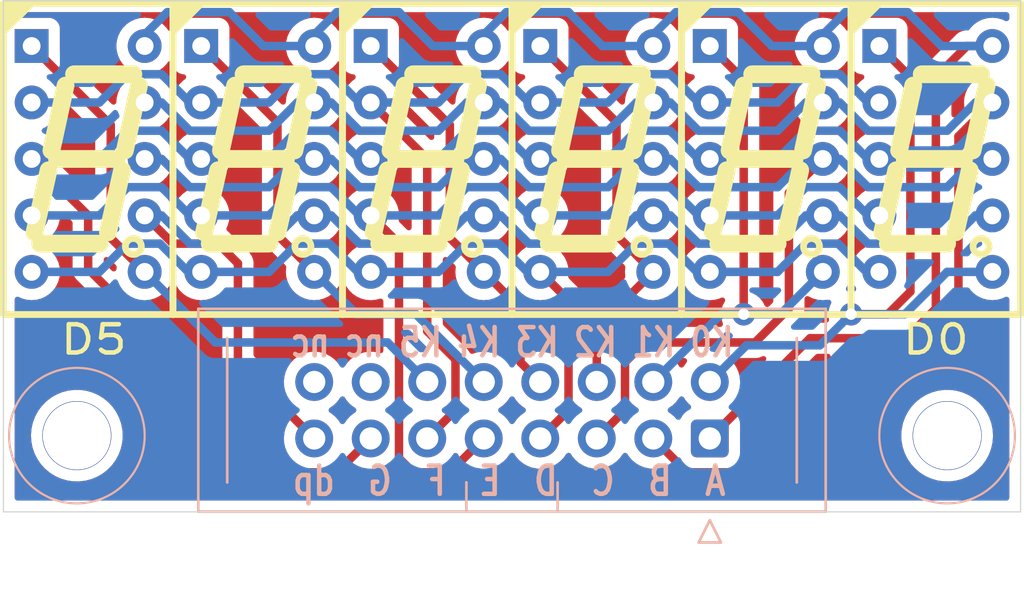
<source format=kicad_pcb>
(kicad_pcb (version 20211014) (generator pcbnew)
  (layers (0 "F.Cu" signal) (31 "B.Cu" signal) (36 "B.SilkS" user "B.Silkscreen") (37 "F.SilkS" user "F.Silkscreen") (38 "B.Mask" user) (39 "F.Mask" user) (44 "Edge.Cuts" user))
  (net 0 "")
  (net 1 "/K_SegA")
  (net 2 "/K_SegB")
  (net 3 "/K_SegC")
  (net 4 "/K_SegDP")
  (net 5 "/A0")
  (net 6 "/K_SegD")
  (net 7 "/K_SegE")
  (net 8 "/K_SegG")
  (net 9 "/K_SegF")
  (net 10 "/A1")
  (net 11 "/A2")
  (net 12 "/A3")
  (net 13 "/A4")
  (net 14 "/A5")
  (footprint "GCC_Display:Disp7_036" (layer "F.Cu") (at 80.264 37.592)
    (fp_text reference "D1" hide)
    (fp_text value "HDSP-7XXX-A" hide)
    (fp_line (start -3.81 6.9977) (end 3.81 6.9977) (layer "F.SilkS") (width 0.3048))
    (fp_line (start -3.81 -6.096) (end -2.921 -6.985) (layer "F.SilkS") (width 0.3048))
    (fp_line (start 3.81 -6.9977) (end -3.81 -6.9977) (layer "F.SilkS") (width 0.3048))
    (fp_line (start -1.651 -0.381) (end -1.016 -3.302) (layer "F.SilkS") (width 0.79756))
    (fp_line (start -2.15646 3.81) (end 0.508 3.81) (layer "F.SilkS") (width 0.79756))
    (fp_line (start -2.41046 3.302) (end -1.778 0.508) (layer "F.SilkS") (width 0.79756))
    (fp_line (start -3.81 -6.477) (end -3.302 -6.985) (layer "F.SilkS") (width 0.3048))
    (fp_line (start 0.889 3.302) (end 1.524 0.508) (layer "F.SilkS") (width 0.79756))
    (fp_line (start -1.397 0) (end 1.27 0) (layer "F.SilkS") (width 0.79756))
    (fp_line (start -3.81 -5.715) (end -2.54 -6.985) (layer "F.SilkS") (width 0.3048))
    (fp_line (start -0.635 -3.81) (end 2.032 -3.81) (layer "F.SilkS") (width 0.79756))
    (fp_line (start 1.651 -0.381) (end 2.286 -3.302) (layer "F.SilkS") (width 0.79756))
    (fp_line (start 3.81 6.9977) (end 3.81 -6.9977) (layer "F.SilkS") (width 0.3048))
    (fp_line (start -3.81 -6.9977) (end -3.81 6.9977) (layer "F.SilkS") (width 0.3048))
    (fp_circle (center 2.032 3.937) (end 2.286 4.191) (layer "F.SilkS") (width 0.3048) (fill none))
    (pad "1" thru_hole rect locked (at -2.54 -5.08) (size 1.52146 1.52146) (drill 0.8001) (layers *.Cu *.Mask) (net 5 "/A0"))
    (pad "2" thru_hole circle locked (at -2.54 -2.54) (size 1.52146 1.52146) (drill 0.8001) (layers *.Cu *.Mask) (net 9 "/K_SegF"))
    (pad "3" thru_hole circle locked (at -2.54 0) (size 1.52146 1.52146) (drill 0.8001) (layers *.Cu *.Mask) (net 8 "/K_SegG"))
    (pad "4" thru_hole circle locked (at -2.54 2.54) (size 1.52146 1.52146) (drill 0.8001) (layers *.Cu *.Mask) (net 7 "/K_SegE"))
    (pad "5" thru_hole circle locked (at -2.54 5.08) (size 1.52146 1.52146) (drill 0.8001) (layers *.Cu *.Mask) (net 6 "/K_SegD"))
    (pad "6" thru_hole circle locked (at 2.54 5.08) (size 1.52146 1.52146) (drill 0.8001) (layers *.Cu *.Mask) (net 5 "/A0"))
    (pad "7" thru_hole circle locked (at 2.54 2.54) (size 1.52146 1.52146) (drill 0.8001) (layers *.Cu *.Mask) (net 4 "/K_SegDP"))
    (pad "8" thru_hole circle locked (at 2.54 0) (size 1.52146 1.52146) (drill 0.8001) (layers *.Cu *.Mask) (net 3 "/K_SegC"))
    (pad "9" thru_hole circle locked (at 2.54 -2.54) (size 1.52146 1.52146) (drill 0.8001) (layers *.Cu *.Mask) (net 2 "/K_SegB"))
    (pad "10" thru_hole circle locked (at 2.54 -5.08) (size 1.52146 1.52146) (drill 0.8001) (layers *.Cu *.Mask) (net 1 "/K_SegA"))
  )
  (footprint "GCC_Display:Disp7_036" (layer "F.Cu") (at 72.644 37.592)
    (fp_text reference "D2" hide)
    (fp_text value "HDSP-7XXX-A" hide)
    (fp_line (start -3.81 -6.096) (end -2.921 -6.985) (layer "F.SilkS") (width 0.3048))
    (fp_line (start -3.81 -6.9977) (end -3.81 6.9977) (layer "F.SilkS") (width 0.3048))
    (fp_line (start -1.397 0) (end 1.27 0) (layer "F.SilkS") (width 0.79756))
    (fp_line (start 1.651 -0.381) (end 2.286 -3.302) (layer "F.SilkS") (width 0.79756))
    (fp_line (start -2.41046 3.302) (end -1.778 0.508) (layer "F.SilkS") (width 0.79756))
    (fp_line (start -3.81 6.9977) (end 3.81 6.9977) (layer "F.SilkS") (width 0.3048))
    (fp_line (start -3.81 -5.715) (end -2.54 -6.985) (layer "F.SilkS") (width 0.3048))
    (fp_line (start -0.635 -3.81) (end 2.032 -3.81) (layer "F.SilkS") (width 0.79756))
    (fp_line (start -1.651 -0.381) (end -1.016 -3.302) (layer "F.SilkS") (width 0.79756))
    (fp_line (start 0.889 3.302) (end 1.524 0.508) (layer "F.SilkS") (width 0.79756))
    (fp_line (start -3.81 -6.477) (end -3.302 -6.985) (layer "F.SilkS") (width 0.3048))
    (fp_line (start -2.15646 3.81) (end 0.508 3.81) (layer "F.SilkS") (width 0.79756))
    (fp_line (start 3.81 -6.9977) (end -3.81 -6.9977) (layer "F.SilkS") (width 0.3048))
    (fp_line (start 3.81 6.9977) (end 3.81 -6.9977) (layer "F.SilkS") (width 0.3048))
    (fp_circle (center 2.032 3.937) (end 2.286 4.191) (layer "F.SilkS") (width 0.3048) (fill none))
    (pad "1" thru_hole rect locked (at -2.54 -5.08) (size 1.52146 1.52146) (drill 0.8001) (layers *.Cu *.Mask) (net 10 "/A1"))
    (pad "2" thru_hole circle locked (at -2.54 -2.54) (size 1.52146 1.52146) (drill 0.8001) (layers *.Cu *.Mask) (net 9 "/K_SegF"))
    (pad "3" thru_hole circle locked (at -2.54 0) (size 1.52146 1.52146) (drill 0.8001) (layers *.Cu *.Mask) (net 8 "/K_SegG"))
    (pad "4" thru_hole circle locked (at -2.54 2.54) (size 1.52146 1.52146) (drill 0.8001) (layers *.Cu *.Mask) (net 7 "/K_SegE"))
    (pad "5" thru_hole circle locked (at -2.54 5.08) (size 1.52146 1.52146) (drill 0.8001) (layers *.Cu *.Mask) (net 6 "/K_SegD"))
    (pad "6" thru_hole circle locked (at 2.54 5.08) (size 1.52146 1.52146) (drill 0.8001) (layers *.Cu *.Mask) (net 10 "/A1"))
    (pad "7" thru_hole circle locked (at 2.54 2.54) (size 1.52146 1.52146) (drill 0.8001) (layers *.Cu *.Mask) (net 4 "/K_SegDP"))
    (pad "8" thru_hole circle locked (at 2.54 0) (size 1.52146 1.52146) (drill 0.8001) (layers *.Cu *.Mask) (net 3 "/K_SegC"))
    (pad "9" thru_hole circle locked (at 2.54 -2.54) (size 1.52146 1.52146) (drill 0.8001) (layers *.Cu *.Mask) (net 2 "/K_SegB"))
    (pad "10" thru_hole circle locked (at 2.54 -5.08) (size 1.52146 1.52146) (drill 0.8001) (layers *.Cu *.Mask) (net 1 "/K_SegA"))
  )
  (footprint "GCC_Display:Disp7_036" (layer "F.Cu") (at 65.024 37.592)
    (fp_text reference "D3" hide)
    (fp_text value "HDSP-7XXX-A" hide)
    (fp_line (start -3.81 -6.9977) (end -3.81 6.9977) (layer "F.SilkS") (width 0.3048))
    (fp_line (start -3.81 6.9977) (end 3.81 6.9977) (layer "F.SilkS") (width 0.3048))
    (fp_line (start -1.651 -0.381) (end -1.016 -3.302) (layer "F.SilkS") (width 0.79756))
    (fp_line (start -3.81 -6.477) (end -3.302 -6.985) (layer "F.SilkS") (width 0.3048))
    (fp_line (start -2.15646 3.81) (end 0.508 3.81) (layer "F.SilkS") (width 0.79756))
    (fp_line (start 0.889 3.302) (end 1.524 0.508) (layer "F.SilkS") (width 0.79756))
    (fp_line (start -2.41046 3.302) (end -1.778 0.508) (layer "F.SilkS") (width 0.79756))
    (fp_line (start 3.81 6.9977) (end 3.81 -6.9977) (layer "F.SilkS") (width 0.3048))
    (fp_line (start -3.81 -6.096) (end -2.921 -6.985) (layer "F.SilkS") (width 0.3048))
    (fp_line (start -1.397 0) (end 1.27 0) (layer "F.SilkS") (width 0.79756))
    (fp_line (start -3.81 -5.715) (end -2.54 -6.985) (layer "F.SilkS") (width 0.3048))
    (fp_line (start 3.81 -6.9977) (end -3.81 -6.9977) (layer "F.SilkS") (width 0.3048))
    (fp_line (start -0.635 -3.81) (end 2.032 -3.81) (layer "F.SilkS") (width 0.79756))
    (fp_line (start 1.651 -0.381) (end 2.286 -3.302) (layer "F.SilkS") (width 0.79756))
    (fp_circle (center 2.032 3.937) (end 2.286 4.191) (layer "F.SilkS") (width 0.3048) (fill none))
    (pad "1" thru_hole rect locked (at -2.54 -5.08) (size 1.52146 1.52146) (drill 0.8001) (layers *.Cu *.Mask) (net 11 "/A2"))
    (pad "2" thru_hole circle locked (at -2.54 -2.54) (size 1.52146 1.52146) (drill 0.8001) (layers *.Cu *.Mask) (net 9 "/K_SegF"))
    (pad "3" thru_hole circle locked (at -2.54 0) (size 1.52146 1.52146) (drill 0.8001) (layers *.Cu *.Mask) (net 8 "/K_SegG"))
    (pad "4" thru_hole circle locked (at -2.54 2.54) (size 1.52146 1.52146) (drill 0.8001) (layers *.Cu *.Mask) (net 7 "/K_SegE"))
    (pad "5" thru_hole circle locked (at -2.54 5.08) (size 1.52146 1.52146) (drill 0.8001) (layers *.Cu *.Mask) (net 6 "/K_SegD"))
    (pad "6" thru_hole circle locked (at 2.54 5.08) (size 1.52146 1.52146) (drill 0.8001) (layers *.Cu *.Mask) (net 11 "/A2"))
    (pad "7" thru_hole circle locked (at 2.54 2.54) (size 1.52146 1.52146) (drill 0.8001) (layers *.Cu *.Mask) (net 4 "/K_SegDP"))
    (pad "8" thru_hole circle locked (at 2.54 0) (size 1.52146 1.52146) (drill 0.8001) (layers *.Cu *.Mask) (net 3 "/K_SegC"))
    (pad "9" thru_hole circle locked (at 2.54 -2.54) (size 1.52146 1.52146) (drill 0.8001) (layers *.Cu *.Mask) (net 2 "/K_SegB"))
    (pad "10" thru_hole circle locked (at 2.54 -5.08) (size 1.52146 1.52146) (drill 0.8001) (layers *.Cu *.Mask) (net 1 "/K_SegA"))
  )
  (footprint "GCC_Display:Disp7_036" (layer "F.Cu") (at 57.404 37.592)
    (fp_text reference "D4" hide)
    (fp_text value "HDSP-7XXX-A" hide)
    (fp_line (start -3.81 -6.096) (end -2.921 -6.985) (layer "F.SilkS") (width 0.3048))
    (fp_line (start -3.81 -6.9977) (end -3.81 6.9977) (layer "F.SilkS") (width 0.3048))
    (fp_line (start -3.81 -5.715) (end -2.54 -6.985) (layer "F.SilkS") (width 0.3048))
    (fp_line (start -2.41046 3.302) (end -1.778 0.508) (layer "F.SilkS") (width 0.79756))
    (fp_line (start -3.81 6.9977) (end 3.81 6.9977) (layer "F.SilkS") (width 0.3048))
    (fp_line (start -1.651 -0.381) (end -1.016 -3.302) (layer "F.SilkS") (width 0.79756))
    (fp_line (start -2.15646 3.81) (end 0.508 3.81) (layer "F.SilkS") (width 0.79756))
    (fp_line (start 3.81 6.9977) (end 3.81 -6.9977) (layer "F.SilkS") (width 0.3048))
    (fp_line (start -0.635 -3.81) (end 2.032 -3.81) (layer "F.SilkS") (width 0.79756))
    (fp_line (start -3.81 -6.477) (end -3.302 -6.985) (layer "F.SilkS") (width 0.3048))
    (fp_line (start 0.889 3.302) (end 1.524 0.508) (layer "F.SilkS") (width 0.79756))
    (fp_line (start 1.651 -0.381) (end 2.286 -3.302) (layer "F.SilkS") (width 0.79756))
    (fp_line (start 3.81 -6.9977) (end -3.81 -6.9977) (layer "F.SilkS") (width 0.3048))
    (fp_line (start -1.397 0) (end 1.27 0) (layer "F.SilkS") (width 0.79756))
    (fp_circle (center 2.032 3.937) (end 2.286 4.191) (layer "F.SilkS") (width 0.3048) (fill none))
    (pad "1" thru_hole rect locked (at -2.54 -5.08) (size 1.52146 1.52146) (drill 0.8001) (layers *.Cu *.Mask) (net 12 "/A3"))
    (pad "2" thru_hole circle locked (at -2.54 -2.54) (size 1.52146 1.52146) (drill 0.8001) (layers *.Cu *.Mask) (net 9 "/K_SegF"))
    (pad "3" thru_hole circle locked (at -2.54 0) (size 1.52146 1.52146) (drill 0.8001) (layers *.Cu *.Mask) (net 8 "/K_SegG"))
    (pad "4" thru_hole circle locked (at -2.54 2.54) (size 1.52146 1.52146) (drill 0.8001) (layers *.Cu *.Mask) (net 7 "/K_SegE"))
    (pad "5" thru_hole circle locked (at -2.54 5.08) (size 1.52146 1.52146) (drill 0.8001) (layers *.Cu *.Mask) (net 6 "/K_SegD"))
    (pad "6" thru_hole circle locked (at 2.54 5.08) (size 1.52146 1.52146) (drill 0.8001) (layers *.Cu *.Mask) (net 12 "/A3"))
    (pad "7" thru_hole circle locked (at 2.54 2.54) (size 1.52146 1.52146) (drill 0.8001) (layers *.Cu *.Mask) (net 4 "/K_SegDP"))
    (pad "8" thru_hole circle locked (at 2.54 0) (size 1.52146 1.52146) (drill 0.8001) (layers *.Cu *.Mask) (net 3 "/K_SegC"))
    (pad "9" thru_hole circle locked (at 2.54 -2.54) (size 1.52146 1.52146) (drill 0.8001) (layers *.Cu *.Mask) (net 2 "/K_SegB"))
    (pad "10" thru_hole circle locked (at 2.54 -5.08) (size 1.52146 1.52146) (drill 0.8001) (layers *.Cu *.Mask) (net 1 "/K_SegA"))
  )
  (footprint "GCC_Display:Disp7_036" (layer "F.Cu") (at 49.784 37.592)
    (fp_text reference "D5" hide)
    (fp_text value "HDSP-7XXX-A" hide)
    (fp_line (start -3.81 -6.477) (end -3.302 -6.985) (layer "F.SilkS") (width 0.3048))
    (fp_line (start -3.81 -6.096) (end -2.921 -6.985) (layer "F.SilkS") (width 0.3048))
    (fp_line (start -3.81 6.9977) (end 3.81 6.9977) (layer "F.SilkS") (width 0.3048))
    (fp_line (start -1.397 0) (end 1.27 0) (layer "F.SilkS") (width 0.79756))
    (fp_line (start 3.81 6.9977) (end 3.81 -6.9977) (layer "F.SilkS") (width 0.3048))
    (fp_line (start -0.635 -3.81) (end 2.032 -3.81) (layer "F.SilkS") (width 0.79756))
    (fp_line (start -2.41046 3.302) (end -1.778 0.508) (layer "F.SilkS") (width 0.79756))
    (fp_line (start 1.651 -0.381) (end 2.286 -3.302) (layer "F.SilkS") (width 0.79756))
    (fp_line (start -2.15646 3.81) (end 0.508 3.81) (layer "F.SilkS") (width 0.79756))
    (fp_line (start 0.889 3.302) (end 1.524 0.508) (layer "F.SilkS") (width 0.79756))
    (fp_line (start -3.81 -6.9977) (end -3.81 6.9977) (layer "F.SilkS") (width 0.3048))
    (fp_line (start 3.81 -6.9977) (end -3.81 -6.9977) (layer "F.SilkS") (width 0.3048))
    (fp_line (start -1.651 -0.381) (end -1.016 -3.302) (layer "F.SilkS") (width 0.79756))
    (fp_line (start -3.81 -5.715) (end -2.54 -6.985) (layer "F.SilkS") (width 0.3048))
    (fp_circle (center 2.032 3.937) (end 2.286 4.191) (layer "F.SilkS") (width 0.3048) (fill none))
    (pad "1" thru_hole rect locked (at -2.54 -5.08) (size 1.52146 1.52146) (drill 0.8001) (layers *.Cu *.Mask) (net 13 "/A4"))
    (pad "2" thru_hole circle locked (at -2.54 -2.54) (size 1.52146 1.52146) (drill 0.8001) (layers *.Cu *.Mask) (net 9 "/K_SegF"))
    (pad "3" thru_hole circle locked (at -2.54 0) (size 1.52146 1.52146) (drill 0.8001) (layers *.Cu *.Mask) (net 8 "/K_SegG"))
    (pad "4" thru_hole circle locked (at -2.54 2.54) (size 1.52146 1.52146) (drill 0.8001) (layers *.Cu *.Mask) (net 7 "/K_SegE"))
    (pad "5" thru_hole circle locked (at -2.54 5.08) (size 1.52146 1.52146) (drill 0.8001) (layers *.Cu *.Mask) (net 6 "/K_SegD"))
    (pad "6" thru_hole circle locked (at 2.54 5.08) (size 1.52146 1.52146) (drill 0.8001) (layers *.Cu *.Mask) (net 13 "/A4"))
    (pad "7" thru_hole circle locked (at 2.54 2.54) (size 1.52146 1.52146) (drill 0.8001) (layers *.Cu *.Mask) (net 4 "/K_SegDP"))
    (pad "8" thru_hole circle locked (at 2.54 0) (size 1.52146 1.52146) (drill 0.8001) (layers *.Cu *.Mask) (net 3 "/K_SegC"))
    (pad "9" thru_hole circle locked (at 2.54 -2.54) (size 1.52146 1.52146) (drill 0.8001) (layers *.Cu *.Mask) (net 2 "/K_SegB"))
    (pad "10" thru_hole circle locked (at 2.54 -5.08) (size 1.52146 1.52146) (drill 0.8001) (layers *.Cu *.Mask) (net 1 "/K_SegA"))
  )
  (footprint "GCC_Display:Disp7_036" (layer "F.Cu") (at 42.164 37.592)
    (fp_text reference "D6" hide)
    (fp_text value "HDSP-7XXX-A" hide)
    (fp_line (start -3.81 -5.715) (end -2.54 -6.985) (layer "F.SilkS") (width 0.3048))
    (fp_line (start -2.41046 3.302) (end -1.778 0.508) (layer "F.SilkS") (width 0.79756))
    (fp_line (start -2.15646 3.81) (end 0.508 3.81) (layer "F.SilkS") (width 0.79756))
    (fp_line (start -0.635 -3.81) (end 2.032 -3.81) (layer "F.SilkS") (width 0.79756))
    (fp_line (start -1.397 0) (end 1.27 0) (layer "F.SilkS") (width 0.79756))
    (fp_line (start -3.81 -6.9977) (end -3.81 6.9977) (layer "F.SilkS") (width 0.3048))
    (fp_line (start 1.651 -0.381) (end 2.286 -3.302) (layer "F.SilkS") (width 0.79756))
    (fp_line (start 3.81 -6.9977) (end -3.81 -6.9977) (layer "F.SilkS") (width 0.3048))
    (fp_line (start -1.651 -0.381) (end -1.016 -3.302) (layer "F.SilkS") (width 0.79756))
    (fp_line (start -3.81 6.9977) (end 3.81 6.9977) (layer "F.SilkS") (width 0.3048))
    (fp_line (start -3.81 -6.477) (end -3.302 -6.985) (layer "F.SilkS") (width 0.3048))
    (fp_line (start 0.889 3.302) (end 1.524 0.508) (layer "F.SilkS") (width 0.79756))
    (fp_line (start -3.81 -6.096) (end -2.921 -6.985) (layer "F.SilkS") (width 0.3048))
    (fp_line (start 3.81 6.9977) (end 3.81 -6.9977) (layer "F.SilkS") (width 0.3048))
    (fp_circle (center 2.032 3.937) (end 2.286 4.191) (layer "F.SilkS") (width 0.3048) (fill none))
    (pad "1" thru_hole rect locked (at -2.54 -5.08) (size 1.52146 1.52146) (drill 0.8001) (layers *.Cu *.Mask) (net 14 "/A5"))
    (pad "2" thru_hole circle locked (at -2.54 -2.54) (size 1.52146 1.52146) (drill 0.8001) (layers *.Cu *.Mask) (net 9 "/K_SegF"))
    (pad "3" thru_hole circle locked (at -2.54 0) (size 1.52146 1.52146) (drill 0.8001) (layers *.Cu *.Mask) (net 8 "/K_SegG"))
    (pad "4" thru_hole circle locked (at -2.54 2.54) (size 1.52146 1.52146) (drill 0.8001) (layers *.Cu *.Mask) (net 7 "/K_SegE"))
    (pad "5" thru_hole circle locked (at -2.54 5.08) (size 1.52146 1.52146) (drill 0.8001) (layers *.Cu *.Mask) (net 6 "/K_SegD"))
    (pad "6" thru_hole circle locked (at 2.54 5.08) (size 1.52146 1.52146) (drill 0.8001) (layers *.Cu *.Mask) (net 14 "/A5"))
    (pad "7" thru_hole circle locked (at 2.54 2.54) (size 1.52146 1.52146) (drill 0.8001) (layers *.Cu *.Mask) (net 4 "/K_SegDP"))
    (pad "8" thru_hole circle locked (at 2.54 0) (size 1.52146 1.52146) (drill 0.8001) (layers *.Cu *.Mask) (net 3 "/K_SegC"))
    (pad "9" thru_hole circle locked (at 2.54 -2.54) (size 1.52146 1.52146) (drill 0.8001) (layers *.Cu *.Mask) (net 2 "/K_SegB"))
    (pad "10" thru_hole circle locked (at 2.54 -5.08) (size 1.52146 1.52146) (drill 0.8001) (layers *.Cu *.Mask) (net 1 "/K_SegA"))
  )
  (footprint "GCC_holes:Hole3mm" (layer "B.Cu") (at 41.656 50.038)
    (fp_text reference "H11" hide)
    (fp_text value "MountingHole" hide)
    (fp_circle (center 0 0) (end 0 3.048) (layer "B.SilkS") (width 0.1) (fill none))
    (pad "" np_thru_hole circle locked (at 0 0) (size 3.1 3.1) (drill 3.05) (layers F&B.Cu *.Mask))
  )
  (footprint "GCC_holes:Hole3mm" (layer "B.Cu") (at 80.772 50.038)
    (fp_text reference "H12" hide)
    (fp_text value "MountingHole" hide)
    (fp_circle (center 0 0) (end 0 3.048) (layer "B.SilkS") (width 0.1) (fill none))
    (pad "" np_thru_hole circle locked (at 0 0) (size 3.1 3.1) (drill 3.05) (layers F&B.Cu *.Mask))
  )
  (footprint "Connector_IDC:IDC-Header_2x08_P2.54mm_Vertical" (layer "B.Cu") (at 70.104 50.165 90)
    (fp_text reference "P8" hide)
    (fp_text value "Conn_02x08_Odd_Even")
    (fp_line (start -1.98 -10.94) (end -1.98 -10.94) (layer "B.SilkS") (width 0.12))
    (fp_line (start -1.98 3.91) (end 4.52 3.91) (layer "B.SilkS") (width 0.12))
    (fp_line (start -1.98 -10.94) (end -3.29 -10.94) (layer "B.SilkS") (width 0.12))
    (fp_line (start -3.29 -6.84) (end -1.98 -6.84) (layer "B.SilkS") (width 0.12))
    (fp_line (start -3.29 -22.99) (end -3.29 5.21) (layer "B.SilkS") (width 0.12))
    (fp_line (start -4.68 -0.5) (end -3.68 0) (layer "B.SilkS") (width 0.12))
    (fp_line (start -3.68 0) (end -4.68 0.5) (layer "B.SilkS") (width 0.12))
    (fp_line (start 5.83 5.21) (end 5.83 -22.99) (layer "B.SilkS") (width 0.12))
    (fp_line (start -4.68 0.5) (end -4.68 -0.5) (layer "B.SilkS") (width 0.12))
    (fp_line (start -3.29 5.21) (end 5.83 5.21) (layer "B.SilkS") (width 0.12))
    (fp_line (start 5.83 -22.99) (end -3.29 -22.99) (layer "B.SilkS") (width 0.12))
    (fp_line (start 4.52 -21.69) (end -1.98 -21.69) (layer "B.SilkS") (width 0.12))
    (pad "1" thru_hole roundrect (at 0 0 90) (size 1.7 1.7) (drill 1) (layers F&B.Cu *.Mask) (roundrect_rratio 0.147059) (net 1 "/K_SegA"))
    (pad "2" thru_hole circle (at 2.54 0 90) (size 1.7 1.7) (drill 1) (layers F&B.Cu *.Mask) (net 5 "/A0"))
    (pad "3" thru_hole circle (at 0 -2.54 90) (size 1.7 1.7) (drill 1) (layers F&B.Cu *.Mask) (net 2 "/K_SegB"))
    (pad "4" thru_hole circle (at 2.54 -2.54 90) (size 1.7 1.7) (drill 1) (layers F&B.Cu *.Mask) (net 10 "/A1"))
    (pad "5" thru_hole circle (at 0 -5.08 90) (size 1.7 1.7) (drill 1) (layers F&B.Cu *.Mask) (net 3 "/K_SegC"))
    (pad "6" thru_hole circle (at 2.54 -5.08 90) (size 1.7 1.7) (drill 1) (layers F&B.Cu *.Mask) (net 11 "/A2"))
    (pad "7" thru_hole circle (at 0 -7.62 90) (size 1.7 1.7) (drill 1) (layers F&B.Cu *.Mask) (net 6 "/K_SegD"))
    (pad "8" thru_hole circle (at 2.54 -7.62 90) (size 1.7 1.7) (drill 1) (layers F&B.Cu *.Mask) (net 12 "/A3"))
    (pad "9" thru_hole circle (at 0 -10.16 90) (size 1.7 1.7) (drill 1) (layers F&B.Cu *.Mask) (net 7 "/K_SegE"))
    (pad "10" thru_hole circle (at 2.54 -10.16 90) (size 1.7 1.7) (drill 1) (layers F&B.Cu *.Mask) (net 13 "/A4"))
    (pad "11" thru_hole circle (at 0 -12.7 90) (size 1.7 1.7) (drill 1) (layers F&B.Cu *.Mask) (net 9 "/K_SegF"))
    (pad "12" thru_hole circle (at 2.54 -12.7 90) (size 1.7 1.7) (drill 1) (layers F&B.Cu *.Mask) (net 14 "/A5"))
    (pad "13" thru_hole circle (at 0 -15.24 90) (size 1.7 1.7) (drill 1) (layers F&B.Cu *.Mask) (net 8 "/K_SegG"))
    (pad "14" thru_hole circle (at 2.54 -15.24 90) (size 1.7 1.7) (drill 1) (layers F&B.Cu *.Mask))
    (pad "15" thru_hole circle (at 0 -17.78 90) (size 1.7 1.7) (drill 1) (layers F&B.Cu *.Mask) (net 4 "/K_SegDP"))
    (pad "16" thru_hole circle (at 2.54 -17.78 90) (size 1.7 1.7) (drill 1) (layers F&B.Cu *.Mask))
  )
  (gr_rect (start 38.354 30.48) (end 84.074 53.467) (layer "Edge.Cuts") (width 0.05) (fill none))
  (gr_text "A  B  C  D  E  F  G  dp" (at 61.087 52.0795) (layer "B.SilkS") (effects (font (size 1.27 1.016) (thickness 0.2032)) (justify mirror)))
  (gr_text "K0 K1 K2 K3 K4 K5 nc nc" (at 61.214 45.847) (layer "B.SilkS") (effects (font (size 1.27 0.9652) (thickness 0.2032)) (justify mirror)))
  (gr_text "D0" (at 80.264 45.72) (layer "F.SilkS") (effects (font (size 1.27 1.524) (thickness 0.2032))))
  (gr_text "D5" (at 42.418 45.72) (layer "F.SilkS") (effects (font (size 1.27 1.524) (thickness 0.2032))))
  (segment (start 78.9305 45.6565) (end 74.6125 45.6565) (width 0.381) (layer "F.Cu") (net 1))
  (segment (start 74.6125 45.6565) (end 70.104 50.165) (width 0.381) (layer "F.Cu") (net 1))
  (segment (start 80.264 44.323) (end 78.9305 45.6565) (width 0.381) (layer "F.Cu") (net 1))
  (segment (start 82.804 32.512) (end 81.661 32.512) (width 0.381) (layer "F.Cu") (net 1))
  (segment (start 80.264 33.909) (end 80.264 44.323) (width 0.381) (layer "F.Cu") (net 1))
  (segment (start 81.661 32.512) (end 80.264 33.909) (width 0.381) (layer "F.Cu") (net 1))
  (segment (start 78.994 30.988) (end 80.518 32.512) (width 0.381) (layer "B.Cu") (net 1))
  (segment (start 76.2 30.988) (end 78.994 30.988) (width 0.381) (layer "B.Cu") (net 1))
  (segment (start 75.184 32.004) (end 76.2 30.988) (width 0.381) (layer "B.Cu") (net 1))
  (segment (start 80.518 32.512) (end 82.804 32.512) (width 0.381) (layer "B.Cu") (net 1))
  (segment (start 65.278 32.512) (end 67.564 32.512) (width 0.381) (layer "B.Cu") (net 1))
  (segment (start 71.374 30.988) (end 72.898 32.512) (width 0.381) (layer "B.Cu") (net 1))
  (segment (start 59.944 32.004) (end 60.96 30.988) (width 0.381) (layer "B.Cu") (net 1))
  (segment (start 44.704 32.004) (end 45.72 30.988) (width 0.381) (layer "B.Cu") (net 1))
  (segment (start 50.038 32.512) (end 52.324 32.512) (width 0.381) (layer "B.Cu") (net 1))
  (segment (start 57.658 32.512) (end 59.944 32.512) (width 0.381) (layer "B.Cu") (net 1))
  (segment (start 45.72 30.988) (end 48.514 30.988) (width 0.381) (layer "B.Cu") (net 1))
  (segment (start 60.96 30.988) (end 63.754 30.988) (width 0.381) (layer "B.Cu") (net 1))
  (segment (start 48.514 30.988) (end 50.038 32.512) (width 0.381) (layer "B.Cu") (net 1))
  (segment (start 63.754 30.988) (end 65.278 32.512) (width 0.381) (layer "B.Cu") (net 1))
  (segment (start 68.58 30.988) (end 71.374 30.988) (width 0.381) (layer "B.Cu") (net 1))
  (segment (start 53.34 30.988) (end 56.134 30.988) (width 0.381) (layer "B.Cu") (net 1))
  (segment (start 52.324 32.004) (end 53.34 30.988) (width 0.381) (layer "B.Cu") (net 1))
  (segment (start 67.564 32.004) (end 68.58 30.988) (width 0.381) (layer "B.Cu") (net 1))
  (segment (start 56.134 30.988) (end 57.658 32.512) (width 0.381) (layer "B.Cu") (net 1))
  (segment (start 72.898 32.512) (end 75.184 32.512) (width 0.381) (layer "B.Cu") (net 1))
  (segment (start 81.28 44.704) (end 79.375 46.609) (width 0.381) (layer "F.Cu") (net 2))
  (segment (start 82.804 35.052) (end 81.28 36.576) (width 0.381) (layer "F.Cu") (net 2))
  (segment (start 69.088 51.689) (end 67.564 50.165) (width 0.381) (layer "F.Cu") (net 2))
  (segment (start 79.375 46.609) (end 76.454 46.609) (width 0.381) (layer "F.Cu") (net 2))
  (segment (start 71.374 51.689) (end 69.088 51.689) (width 0.381) (layer "F.Cu") (net 2))
  (segment (start 76.454 46.609) (end 71.374 51.689) (width 0.381) (layer "F.Cu") (net 2))
  (segment (start 81.28 36.576) (end 81.28 44.704) (width 0.381) (layer "F.Cu") (net 2))
  (segment (start 75.946 35.052) (end 77.216 36.322) (width 0.381) (layer "B.Cu") (net 2))
  (segment (start 75.438 35.052) (end 75.946 35.052) (width 0.381) (layer "B.Cu") (net 2))
  (segment (start 82.042 35.052) (end 83.058 35.052) (width 0.381) (layer "B.Cu") (net 2))
  (segment (start 80.772 36.322) (end 82.042 35.052) (width 0.381) (layer "B.Cu") (net 2))
  (segment (start 77.216 36.322) (end 80.772 36.322) (width 0.381) (layer "B.Cu") (net 2))
  (segment (start 44.958 35.052) (end 45.466 35.052) (width 0.381) (layer "B.Cu") (net 2))
  (segment (start 59.182 35.052) (end 60.198 35.052) (width 0.381) (layer "B.Cu") (net 2))
  (segment (start 57.912 36.322) (end 59.182 35.052) (width 0.381) (layer "B.Cu") (net 2))
  (segment (start 60.198 35.052) (end 60.706 35.052) (width 0.381) (layer "B.Cu") (net 2))
  (segment (start 51.562 35.052) (end 52.578 35.052) (width 0.381) (layer "B.Cu") (net 2))
  (segment (start 66.802 35.052) (end 67.818 35.052) (width 0.381) (layer "B.Cu") (net 2))
  (segment (start 61.976 36.322) (end 65.532 36.322) (width 0.381) (layer "B.Cu") (net 2))
  (segment (start 53.086 35.052) (end 54.356 36.322) (width 0.381) (layer "B.Cu") (net 2))
  (segment (start 74.422 35.052) (end 75.438 35.052) (width 0.381) (layer "B.Cu") (net 2))
  (segment (start 46.736 36.322) (end 50.292 36.322) (width 0.381) (layer "B.Cu") (net 2))
  (segment (start 54.356 36.322) (end 57.912 36.322) (width 0.381) (layer "B.Cu") (net 2))
  (segment (start 52.578 35.052) (end 53.086 35.052) (width 0.381) (layer "B.Cu") (net 2))
  (segment (start 73.152 36.322) (end 74.422 35.052) (width 0.381) (layer "B.Cu") (net 2))
  (segment (start 45.466 35.052) (end 46.736 36.322) (width 0.381) (layer "B.Cu") (net 2))
  (segment (start 60.706 35.052) (end 61.976 36.322) (width 0.381) (layer "B.Cu") (net 2))
  (segment (start 50.292 36.322) (end 51.562 35.052) (width 0.381) (layer "B.Cu") (net 2))
  (segment (start 68.326 35.052) (end 69.596 36.322) (width 0.381) (layer "B.Cu") (net 2))
  (segment (start 65.532 36.322) (end 66.802 35.052) (width 0.381) (layer "B.Cu") (net 2))
  (segment (start 67.818 35.052) (end 68.326 35.052) (width 0.381) (layer "B.Cu") (net 2))
  (segment (start 69.596 36.322) (end 73.152 36.322) (width 0.381) (layer "B.Cu") (net 2))
  (segment (start 75.184 37.592) (end 73.66 39.116) (width 0.381) (layer "F.Cu") (net 3))
  (segment (start 73.66 39.116) (end 73.66 44.323) (width 0.381) (layer "F.Cu") (net 3))
  (segment (start 67.183 45.847) (end 66.294 46.736) (width 0.381) (layer "F.Cu") (net 3))
  (segment (start 66.294 46.736) (end 66.294 48.895) (width 0.381) (layer "F.Cu") (net 3))
  (segment (start 72.136 45.847) (end 67.183 45.847) (width 0.381) (layer "F.Cu") (net 3))
  (segment (start 73.66 44.323) (end 72.136 45.847) (width 0.381) (layer "F.Cu") (net 3))
  (segment (start 66.294 48.895) (end 65.024 50.165) (width 0.381) (layer "F.Cu") (net 3))
  (segment (start 75.438 37.592) (end 75.946 37.592) (width 0.381) (layer "B.Cu") (net 3))
  (segment (start 77.216 38.862) (end 80.772 38.862) (width 0.381) (layer "B.Cu") (net 3))
  (segment (start 75.946 37.592) (end 77.216 38.862) (width 0.381) (layer "B.Cu") (net 3))
  (segment (start 80.772 38.862) (end 82.042 37.592) (width 0.381) (layer "B.Cu") (net 3))
  (segment (start 82.042 37.592) (end 83.058 37.592) (width 0.381) (layer "B.Cu") (net 3))
  (segment (start 69.596 38.862) (end 73.152 38.862) (width 0.381) (layer "B.Cu") (net 3))
  (segment (start 54.356 38.862) (end 57.912 38.862) (width 0.381) (layer "B.Cu") (net 3))
  (segment (start 57.912 38.862) (end 59.182 37.592) (width 0.381) (layer "B.Cu") (net 3))
  (segment (start 59.182 37.592) (end 60.198 37.592) (width 0.381) (layer "B.Cu") (net 3))
  (segment (start 60.706 37.592) (end 61.976 38.862) (width 0.381) (layer "B.Cu") (net 3))
  (segment (start 65.532 38.862) (end 66.802 37.592) (width 0.381) (layer "B.Cu") (net 3))
  (segment (start 46.736 38.862) (end 50.292 38.862) (width 0.381) (layer "B.Cu") (net 3))
  (segment (start 68.326 37.592) (end 69.596 38.862) (width 0.381) (layer "B.Cu") (net 3))
  (segment (start 67.818 37.592) (end 68.326 37.592) (width 0.381) (layer "B.Cu") (net 3))
  (segment (start 74.422 37.592) (end 75.438 37.592) (width 0.381) (layer "B.Cu") (net 3))
  (segment (start 45.466 37.592) (end 46.736 38.862) (width 0.381) (layer "B.Cu") (net 3))
  (segment (start 60.198 37.592) (end 60.706 37.592) (width 0.381) (layer "B.Cu") (net 3))
  (segment (start 51.562 37.592) (end 52.578 37.592) (width 0.381) (layer "B.Cu") (net 3))
  (segment (start 66.802 37.592) (end 67.818 37.592) (width 0.381) (layer "B.Cu") (net 3))
  (segment (start 53.086 37.592) (end 54.356 38.862) (width 0.381) (layer "B.Cu") (net 3))
  (segment (start 52.578 37.592) (end 53.086 37.592) (width 0.381) (layer "B.Cu") (net 3))
  (segment (start 61.976 38.862) (end 65.532 38.862) (width 0.381) (layer "B.Cu") (net 3))
  (segment (start 50.292 38.862) (end 51.562 37.592) (width 0.381) (layer "B.Cu") (net 3))
  (segment (start 73.152 38.862) (end 74.422 37.592) (width 0.381) (layer "B.Cu") (net 3))
  (segment (start 44.958 37.592) (end 45.466 37.592) (width 0.381) (layer "B.Cu") (net 3))
  (segment (start 45.974 41.402) (end 44.704 40.132) (width 0.381) (layer "F.Cu") (net 4))
  (segment (start 48.895 42.291) (end 48.006 41.402) (width 0.381) (layer "F.Cu") (net 4))
  (segment (start 52.324 50.165) (end 48.895 46.736) (width 0.381) (layer "F.Cu") (net 4))
  (segment (start 48.895 46.736) (end 48.895 42.291) (width 0.381) (layer "F.Cu") (net 4))
  (segment (start 48.006 41.402) (end 45.974 41.402) (width 0.381) (layer "F.Cu") (net 4))
  (segment (start 77.216 41.402) (end 80.772 41.402) (width 0.381) (layer "B.Cu") (net 4))
  (segment (start 75.946 40.132) (end 77.216 41.402) (width 0.381) (layer "B.Cu") (net 4))
  (segment (start 75.438 40.132) (end 75.946 40.132) (width 0.381) (layer "B.Cu") (net 4))
  (segment (start 80.772 41.402) (end 82.042 40.132) (width 0.381) (layer "B.Cu") (net 4))
  (segment (start 82.042 40.132) (end 83.058 40.132) (width 0.381) (layer "B.Cu") (net 4))
  (segment (start 44.958 40.132) (end 45.466 40.132) (width 0.381) (layer "B.Cu") (net 4))
  (segment (start 52.578 40.132) (end 53.086 40.132) (width 0.381) (layer "B.Cu") (net 4))
  (segment (start 60.198 40.132) (end 60.706 40.132) (width 0.381) (layer "B.Cu") (net 4))
  (segment (start 65.532 41.402) (end 66.802 40.132) (width 0.381) (layer "B.Cu") (net 4))
  (segment (start 46.736 41.402) (end 50.292 41.402) (width 0.381) (layer "B.Cu") (net 4))
  (segment (start 54.356 41.402) (end 57.912 41.402) (width 0.381) (layer "B.Cu") (net 4))
  (segment (start 51.562 40.132) (end 52.578 40.132) (width 0.381) (layer "B.Cu") (net 4))
  (segment (start 69.596 41.402) (end 73.152 41.402) (width 0.381) (layer "B.Cu") (net 4))
  (segment (start 45.466 40.132) (end 46.736 41.402) (width 0.381) (layer "B.Cu") (net 4))
  (segment (start 68.326 40.132) (end 69.596 41.402) (width 0.381) (layer "B.Cu") (net 4))
  (segment (start 66.802 40.132) (end 67.818 40.132) (width 0.381) (layer "B.Cu") (net 4))
  (segment (start 53.086 40.132) (end 54.356 41.402) (width 0.381) (layer "B.Cu") (net 4))
  (segment (start 73.152 41.402) (end 74.422 40.132) (width 0.381) (layer "B.Cu") (net 4))
  (segment (start 50.292 41.402) (end 51.562 40.132) (width 0.381) (layer "B.Cu") (net 4))
  (segment (start 67.818 40.132) (end 68.326 40.132) (width 0.381) (layer "B.Cu") (net 4))
  (segment (start 57.912 41.402) (end 59.182 40.132) (width 0.381) (layer "B.Cu") (net 4))
  (segment (start 59.182 40.132) (end 60.198 40.132) (width 0.381) (layer "B.Cu") (net 4))
  (segment (start 61.976 41.402) (end 65.532 41.402) (width 0.381) (layer "B.Cu") (net 4))
  (segment (start 60.706 40.132) (end 61.976 41.402) (width 0.381) (layer "B.Cu") (net 4))
  (segment (start 74.422 40.132) (end 75.438 40.132) (width 0.381) (layer "B.Cu") (net 4))
  (segment (start 79.121 33.909) (end 79.121 43.561) (width 0.381) (layer "F.Cu") (net 5))
  (segment (start 76.454 44.577) (end 78.105 44.577) (width 0.381) (layer "F.Cu") (net 5))
  (segment (start 77.724 32.512) (end 79.121 33.909) (width 0.381) (layer "F.Cu") (net 5))
  (segment (start 78.105 44.577) (end 79.121 43.561) (width 0.381) (layer "F.Cu") (net 5))
  (via (at 76.454 44.577) (size 1.016) (drill 0.508) (layers "F.Cu" "B.Cu") (net 5))
  (segment (start 75.057 45.974) (end 76.454 44.577) (width 0.381) (layer "B.Cu") (net 5))
  (segment (start 70.104 47.625) (end 71.755 45.974) (width 0.381) (layer "B.Cu") (net 5))
  (segment (start 76.454 44.577) (end 78.867 44.577) (width 0.381) (layer "B.Cu") (net 5))
  (segment (start 80.772 42.672) (end 82.804 42.672) (width 0.381) (layer "B.Cu") (net 5))
  (segment (start 71.755 45.974) (end 75.057 45.974) (width 0.381) (layer "B.Cu") (net 5))
  (segment (start 78.867 44.577) (end 80.772 42.672) (width 0.381) (layer "B.Cu") (net 5))
  (segment (start 62.484 50.165) (end 63.754 48.895) (width 0.381) (layer "F.Cu") (net 6))
  (segment (start 63.754 48.895) (end 63.754 43.942) (width 0.381) (layer "F.Cu") (net 6))
  (segment (start 63.754 43.942) (end 62.484 42.672) (width 0.381) (layer "F.Cu") (net 6))
  (segment (start 53.011823 41.402) (end 51.562 41.402) (width 0.381) (layer "B.Cu") (net 6))
  (segment (start 45.391823 41.402) (end 43.942 41.402) (width 0.381) (layer "B.Cu") (net 6))
  (segment (start 51.562 41.402) (end 50.292 42.672) (width 0.381) (layer "B.Cu") (net 6))
  (segment (start 43.942 41.402) (end 42.672 42.672) (width 0.381) (layer "B.Cu") (net 6))
  (segment (start 66.802 41.402) (end 65.532 42.672) (width 0.381) (layer "B.Cu") (net 6))
  (segment (start 68.251823 41.402) (end 66.802 41.402) (width 0.381) (layer "B.Cu") (net 6))
  (segment (start 42.672 42.672) (end 39.624 42.672) (width 0.381) (layer "B.Cu") (net 6))
  (segment (start 74.422 41.402) (end 73.152 42.672) (width 0.381) (layer "B.Cu") (net 6))
  (segment (start 61.901823 42.672) (end 60.631823 41.402) (width 0.381) (layer "B.Cu") (net 6))
  (segment (start 54.281823 42.672) (end 53.011823 41.402) (width 0.381) (layer "B.Cu") (net 6))
  (segment (start 65.532 42.672) (end 61.901823 42.672) (width 0.381) (layer "B.Cu") (net 6))
  (segment (start 77.141823 42.672) (end 75.871823 41.402) (width 0.381) (layer "B.Cu") (net 6))
  (segment (start 60.631823 41.402) (end 59.182 41.402) (width 0.381) (layer "B.Cu") (net 6))
  (segment (start 46.661823 42.672) (end 45.391823 41.402) (width 0.381) (layer "B.Cu") (net 6))
  (segment (start 57.912 42.672) (end 54.281823 42.672) (width 0.381) (layer "B.Cu") (net 6))
  (segment (start 69.521823 42.672) (end 68.251823 41.402) (width 0.381) (layer "B.Cu") (net 6))
  (segment (start 75.871823 41.402) (end 74.422 41.402) (width 0.381) (layer "B.Cu") (net 6))
  (segment (start 50.292 42.672) (end 46.661823 42.672) (width 0.381) (layer "B.Cu") (net 6))
  (segment (start 73.152 42.672) (end 69.521823 42.672) (width 0.381) (layer "B.Cu") (net 6))
  (segment (start 59.182 41.402) (end 57.912 42.672) (width 0.381) (layer "B.Cu") (net 6))
  (segment (start 56.769 51.689) (end 58.42 51.689) (width 0.381) (layer "F.Cu") (net 7))
  (segment (start 56.134 41.402) (end 54.864 40.132) (width 0.381) (layer "F.Cu") (net 7))
  (segment (start 58.42 51.689) (end 59.944 50.165) (width 0.381) (layer "F.Cu") (net 7))
  (segment (start 56.134 41.402) (end 56.134 51.054) (width 0.381) (layer "F.Cu") (net 7))
  (segment (start 56.134 51.054) (end 56.769 51.689) (width 0.381) (layer "F.Cu") (net 7))
  (segment (start 57.912 40.132) (end 54.356 40.132) (width 0.381) (layer "B.Cu") (net 7))
  (segment (start 46.736 40.132) (end 45.466 38.862) (width 0.381) (layer "B.Cu") (net 7))
  (segment (start 45.466 38.862) (end 43.942 38.862) (width 0.381) (layer "B.Cu") (net 7))
  (segment (start 69.596 40.132) (end 68.326 38.862) (width 0.381) (layer "B.Cu") (net 7))
  (segment (start 65.532 40.132) (end 61.976 40.132) (width 0.381) (layer "B.Cu") (net 7))
  (segment (start 53.086 38.862) (end 51.562 38.862) (width 0.381) (layer "B.Cu") (net 7))
  (segment (start 77.216 40.132) (end 75.946 38.862) (width 0.381) (layer "B.Cu") (net 7))
  (segment (start 42.672 40.132) (end 39.624 40.132) (width 0.381) (layer "B.Cu") (net 7))
  (segment (start 60.706 38.862) (end 59.182 38.862) (width 0.381) (layer "B.Cu") (net 7))
  (segment (start 50.292 40.132) (end 46.736 40.132) (width 0.381) (layer "B.Cu") (net 7))
  (segment (start 54.356 40.132) (end 53.086 38.862) (width 0.381) (layer "B.Cu") (net 7))
  (segment (start 73.152 40.132) (end 69.596 40.132) (width 0.381) (layer "B.Cu") (net 7))
  (segment (start 51.562 38.862) (end 50.292 40.132) (width 0.381) (layer "B.Cu") (net 7))
  (segment (start 74.422 38.862) (end 73.152 40.132) (width 0.381) (layer "B.Cu") (net 7))
  (segment (start 68.326 38.862) (end 66.802 38.862) (width 0.381) (layer "B.Cu") (net 7))
  (segment (start 66.802 38.862) (end 65.532 40.132) (width 0.381) (layer "B.Cu") (net 7))
  (segment (start 75.946 38.862) (end 74.422 38.862) (width 0.381) (layer "B.Cu") (net 7))
  (segment (start 43.942 38.862) (end 42.672 40.132) (width 0.381) (layer "B.Cu") (net 7))
  (segment (start 59.182 38.862) (end 57.912 40.132) (width 0.381) (layer "B.Cu") (net 7))
  (segment (start 61.976 40.132) (end 60.706 38.862) (width 0.381) (layer "B.Cu") (net 7))
  (segment (start 42.164 42.545) (end 51.308 51.689) (width 0.381) (layer "F.Cu") (net 8))
  (segment (start 39.624 37.592) (end 42.164 40.132) (width 0.381) (layer "F.Cu") (net 8))
  (segment (start 42.164 40.132) (end 42.164 42.545) (width 0.381) (layer "F.Cu") (net 8))
  (segment (start 53.34 51.689) (end 54.864 50.165) (width 0.381) (layer "F.Cu") (net 8))
  (segment (start 51.308 51.689) (end 53.34 51.689) (width 0.381) (layer "F.Cu") (net 8))
  (segment (start 70.358 37.592) (end 73.152 37.592) (width 0.381) (layer "B.Cu") (net 8))
  (segment (start 74.422 36.322) (end 75.946 36.322) (width 0.381) (layer "B.Cu") (net 8))
  (segment (start 73.152 37.592) (end 74.422 36.322) (width 0.381) (layer "B.Cu") (net 8))
  (segment (start 75.946 36.322) (end 77.216 37.592) (width 0.381) (layer "B.Cu") (net 8))
  (segment (start 46.736 37.592) (end 45.466 36.322) (width 0.381) (layer "B.Cu") (net 8))
  (segment (start 42.672 37.592) (end 39.624 37.592) (width 0.381) (layer "B.Cu") (net 8))
  (segment (start 60.706 36.322) (end 61.976 37.592) (width 0.381) (layer "B.Cu") (net 8))
  (segment (start 59.182 36.322) (end 60.706 36.322) (width 0.381) (layer "B.Cu") (net 8))
  (segment (start 51.562 36.322) (end 53.086 36.322) (width 0.381) (layer "B.Cu") (net 8))
  (segment (start 55.118 37.592) (end 57.912 37.592) (width 0.381) (layer "B.Cu") (net 8))
  (segment (start 43.942 36.322) (end 42.672 37.592) (width 0.381) (layer "B.Cu") (net 8))
  (segment (start 47.498 37.592) (end 50.292 37.592) (width 0.381) (layer "B.Cu") (net 8))
  (segment (start 65.532 37.592) (end 66.802 36.322) (width 0.381) (layer "B.Cu") (net 8))
  (segment (start 50.292 37.592) (end 51.562 36.322) (width 0.381) (layer "B.Cu") (net 8))
  (segment (start 68.326 36.322) (end 69.596 37.592) (width 0.381) (layer "B.Cu") (net 8))
  (segment (start 53.086 36.322) (end 54.356 37.592) (width 0.381) (layer "B.Cu") (net 8))
  (segment (start 62.738 37.592) (end 65.532 37.592) (width 0.381) (layer "B.Cu") (net 8))
  (segment (start 66.802 36.322) (end 68.326 36.322) (width 0.381) (layer "B.Cu") (net 8))
  (segment (start 57.912 37.592) (end 59.182 36.322) (width 0.381) (layer "B.Cu") (net 8))
  (segment (start 45.466 36.322) (end 43.942 36.322) (width 0.381) (layer "B.Cu") (net 8))
  (segment (start 57.404 50.165) (end 58.674 48.895) (width 0.381) (layer "F.Cu") (net 9))
  (segment (start 58.674 48.895) (end 58.674 46.609) (width 0.381) (layer "F.Cu") (net 9))
  (segment (start 57.404 37.592) (end 54.864 35.052) (width 0.381) (layer "F.Cu") (net 9))
  (segment (start 58.674 46.609) (end 57.404 45.339) (width 0.381) (layer "F.Cu") (net 9))
  (segment (start 57.404 45.339) (end 57.404 37.592) (width 0.381) (layer "F.Cu") (net 9))
  (segment (start 46.736 35.052) (end 45.466 33.782) (width 0.381) (layer "B.Cu") (net 9))
  (segment (start 53.086 33.782) (end 51.562 33.782) (width 0.381) (layer "B.Cu") (net 9))
  (segment (start 65.532 35.052) (end 61.976 35.052) (width 0.381) (layer "B.Cu") (net 9))
  (segment (start 61.976 35.052) (end 60.706 33.782) (width 0.381) (layer "B.Cu") (net 9))
  (segment (start 54.356 35.052) (end 53.086 33.782) (width 0.381) (layer "B.Cu") (net 9))
  (segment (start 75.946 33.782) (end 74.422 33.782) (width 0.381) (layer "B.Cu") (net 9))
  (segment (start 69.596 35.052) (end 68.326 33.782) (width 0.381) (layer "B.Cu") (net 9))
  (segment (start 77.216 35.052) (end 75.946 33.782) (width 0.381) (layer "B.Cu") (net 9))
  (segment (start 66.802 33.782) (end 65.532 35.052) (width 0.381) (layer "B.Cu") (net 9))
  (segment (start 42.672 35.052) (end 39.624 35.052) (width 0.381) (layer "B.Cu") (net 9))
  (segment (start 43.942 33.782) (end 42.672 35.052) (width 0.381) (layer "B.Cu") (net 9))
  (segment (start 73.152 35.052) (end 69.596 35.052) (width 0.381) (layer "B.Cu") (net 9))
  (segment (start 57.912 35.052) (end 54.356 35.052) (width 0.381) (layer "B.Cu") (net 9))
  (segment (start 51.562 33.782) (end 50.292 35.052) (width 0.381) (layer "B.Cu") (net 9))
  (segment (start 60.706 33.782) (end 59.182 33.782) (width 0.381) (layer "B.Cu") (net 9))
  (segment (start 68.326 33.782) (end 66.802 33.782) (width 0.381) (layer "B.Cu") (net 9))
  (segment (start 45.466 33.782) (end 43.942 33.782) (width 0.381) (layer "B.Cu") (net 9))
  (segment (start 50.292 35.052) (end 46.736 35.052) (width 0.381) (layer "B.Cu") (net 9))
  (segment (start 74.422 33.782) (end 73.152 35.052) (width 0.381) (layer "B.Cu") (net 9))
  (segment (start 59.182 33.782) (end 57.912 35.052) (width 0.381) (layer "B.Cu") (net 9))
  (segment (start 70.104 32.512) (end 71.628 34.036) (width 0.381) (layer "F.Cu") (net 10))
  (segment (start 71.628 34.036) (end 71.628 44.577) (width 0.381) (layer "F.Cu") (net 10))
  (via (at 71.628 44.577) (size 1.016) (drill 0.508) (layers "F.Cu" "B.Cu") (net 10))
  (segment (start 70.612 44.577) (end 67.564 47.625) (width 0.381) (layer "B.Cu") (net 10))
  (segment (start 73.279 44.577) (end 75.184 42.672) (width 0.381) (layer "B.Cu") (net 10))
  (segment (start 71.628 44.577) (end 70.612 44.577) (width 0.381) (layer "B.Cu") (net 10))
  (segment (start 71.628 44.577) (end 73.279 44.577) (width 0.381) (layer "B.Cu") (net 10))
  (segment (start 65.913 41.021) (end 65.913 35.941) (width 0.381) (layer "F.Cu") (net 11))
  (segment (start 65.024 47.625) (end 65.024 45.212) (width 0.381) (layer "F.Cu") (net 11))
  (segment (start 65.024 45.212) (end 67.564 42.672) (width 0.381) (layer "F.Cu") (net 11))
  (segment (start 67.564 42.672) (end 65.913 41.021) (width 0.381) (layer "F.Cu") (net 11))
  (segment (start 65.913 35.941) (end 62.484 32.512) (width 0.381) (layer "F.Cu") (net 11))
  (segment (start 58.42 36.068) (end 54.864 32.512) (width 0.381) (layer "F.Cu") (net 12))
  (segment (start 61.595 46.736) (end 62.484 47.625) (width 0.381) (layer "F.Cu") (net 12))
  (segment (start 59.944 42.672) (end 61.595 44.323) (width 0.381) (layer "F.Cu") (net 12))
  (segment (start 58.42 41.148) (end 58.42 36.068) (width 0.381) (layer "F.Cu") (net 12))
  (segment (start 59.944 42.672) (end 58.42 41.148) (width 0.381) (layer "F.Cu") (net 12))
  (segment (start 61.595 44.323) (end 61.595 46.736) (width 0.381) (layer "F.Cu") (net 12))
  (segment (start 47.244 32.512) (end 50.673 35.941) (width 0.381) (layer "F.Cu") (net 13))
  (segment (start 50.673 35.941) (end 50.673 41.021) (width 0.381) (layer "F.Cu") (net 13))
  (segment (start 50.673 41.021) (end 52.324 42.672) (width 0.381) (layer "F.Cu") (net 13))
  (segment (start 54.229 44.577) (end 56.896 44.577) (width 0.381) (layer "B.Cu") (net 13))
  (segment (start 56.896 44.577) (end 59.944 47.625) (width 0.381) (layer "B.Cu") (net 13))
  (segment (start 52.324 42.672) (end 54.229 44.577) (width 0.381) (layer "B.Cu") (net 13))
  (segment (start 39.624 32.512) (end 43.18 36.068) (width 0.381) (layer "F.Cu") (net 14))
  (segment (start 43.18 36.068) (end 43.18 41.148) (width 0.381) (layer "F.Cu") (net 14))
  (segment (start 43.18 41.148) (end 44.704 42.672) (width 0.381) (layer "F.Cu") (net 14))
  (segment (start 47.879 45.847) (end 55.626 45.847) (width 0.381) (layer "B.Cu") (net 14))
  (segment (start 44.704 42.672) (end 47.879 45.847) (width 0.381) (layer "B.Cu") (net 14))
  (segment (start 55.626 45.847) (end 57.404 47.625) (width 0.381) (layer "B.Cu") (net 14))
  (zone (net 0) (net_name "") (layer "F.Cu") (connect_pads (clearance 0.508)) (min_thickness 0.254) (fill yes (thermal_gap 0.508) (thermal_bridge_width 0.508))
    (polygon (pts (xy 38.354 30.48) (xy 84.074 30.48) (xy 84.074 53.467) (xy 38.354 53.467)))
  )
  (zone (net 0) (net_name "") (layer "B.Cu") (connect_pads (clearance 0.508)) (min_thickness 0.254) (fill yes (thermal_gap 0.508) (thermal_bridge_width 0.508))
    (polygon (pts (xy 38.354 30.48) (xy 84.074 30.48) (xy 84.074 53.467) (xy 38.354 53.467)))
  )
)
</source>
